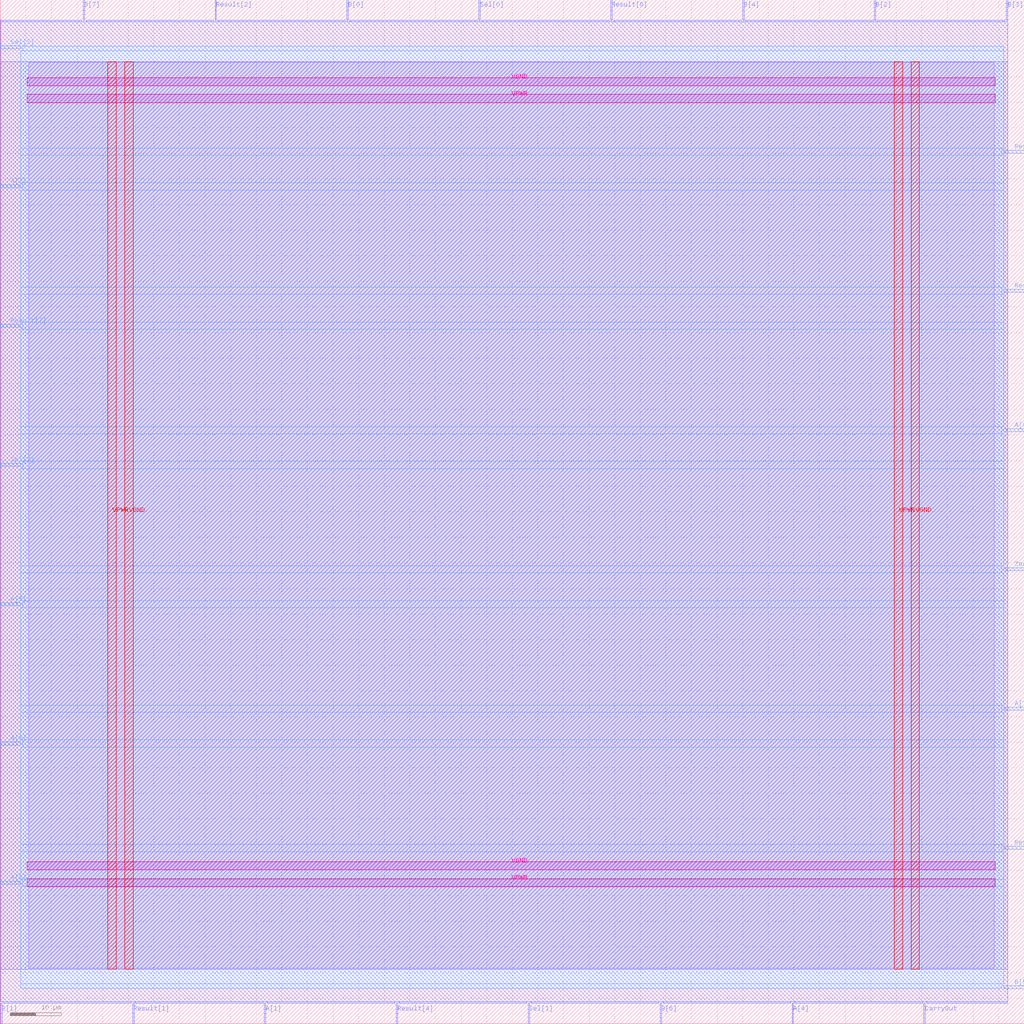
<source format=lef>
VERSION 5.7 ;
  NOWIREEXTENSIONATPIN ON ;
  DIVIDERCHAR "/" ;
  BUSBITCHARS "[]" ;
MACRO alu
  CLASS BLOCK ;
  FOREIGN alu ;
  ORIGIN 0.000 0.000 ;
  SIZE 200.000 BY 200.000 ;
  PIN A[0]
    DIRECTION INPUT ;
    USE SIGNAL ;
    ANTENNAGATEAREA 0.213000 ;
    PORT
      LAYER met3 ;
        RECT 196.000 115.640 200.000 116.240 ;
    END
  END A[0]
  PIN A[1]
    DIRECTION INPUT ;
    USE SIGNAL ;
    ANTENNAGATEAREA 0.196500 ;
    PORT
      LAYER met2 ;
        RECT 51.610 0.000 51.890 4.000 ;
    END
  END A[1]
  PIN A[2]
    DIRECTION INPUT ;
    USE SIGNAL ;
    ANTENNAGATEAREA 0.213000 ;
    PORT
      LAYER met3 ;
        RECT 0.000 163.240 4.000 163.840 ;
    END
  END A[2]
  PIN A[3]
    DIRECTION INPUT ;
    USE SIGNAL ;
    ANTENNAGATEAREA 0.247500 ;
    PORT
      LAYER met3 ;
        RECT 0.000 27.240 4.000 27.840 ;
    END
  END A[3]
  PIN A[4]
    DIRECTION INPUT ;
    USE SIGNAL ;
    ANTENNAGATEAREA 0.196500 ;
    PORT
      LAYER met2 ;
        RECT 154.650 0.000 154.930 4.000 ;
    END
  END A[4]
  PIN A[5]
    DIRECTION INPUT ;
    USE SIGNAL ;
    ANTENNAGATEAREA 0.159000 ;
    PORT
      LAYER met3 ;
        RECT 0.000 81.640 4.000 82.240 ;
    END
  END A[5]
  PIN A[6]
    DIRECTION INPUT ;
    USE SIGNAL ;
    ANTENNAGATEAREA 0.159000 ;
    PORT
      LAYER met3 ;
        RECT 0.000 54.440 4.000 55.040 ;
    END
  END A[6]
  PIN A[7]
    DIRECTION INPUT ;
    USE SIGNAL ;
    ANTENNAGATEAREA 0.213000 ;
    PORT
      LAYER met3 ;
        RECT 196.000 61.240 200.000 61.840 ;
    END
  END A[7]
  PIN B[0]
    DIRECTION INPUT ;
    USE SIGNAL ;
    ANTENNAGATEAREA 0.126000 ;
    PORT
      LAYER met2 ;
        RECT 67.710 196.000 67.990 200.000 ;
    END
  END B[0]
  PIN B[1]
    DIRECTION INPUT ;
    USE SIGNAL ;
    ANTENNAGATEAREA 0.213000 ;
    PORT
      LAYER met2 ;
        RECT 0.090 0.000 0.370 4.000 ;
    END
  END B[1]
  PIN B[2]
    DIRECTION INPUT ;
    USE SIGNAL ;
    ANTENNAGATEAREA 0.213000 ;
    PORT
      LAYER met2 ;
        RECT 170.750 196.000 171.030 200.000 ;
    END
  END B[2]
  PIN B[3]
    DIRECTION INPUT ;
    USE SIGNAL ;
    ANTENNAGATEAREA 0.213000 ;
    PORT
      LAYER met2 ;
        RECT 196.510 196.000 196.790 200.000 ;
    END
  END B[3]
  PIN B[4]
    DIRECTION INPUT ;
    USE SIGNAL ;
    ANTENNAGATEAREA 0.213000 ;
    PORT
      LAYER met2 ;
        RECT 144.990 196.000 145.270 200.000 ;
    END
  END B[4]
  PIN B[5]
    DIRECTION INPUT ;
    USE SIGNAL ;
    ANTENNAGATEAREA 0.126000 ;
    PORT
      LAYER met3 ;
        RECT 196.000 6.840 200.000 7.440 ;
    END
  END B[5]
  PIN B[6]
    DIRECTION INPUT ;
    USE SIGNAL ;
    ANTENNAGATEAREA 0.126000 ;
    PORT
      LAYER met2 ;
        RECT 128.890 0.000 129.170 4.000 ;
    END
  END B[6]
  PIN B[7]
    DIRECTION INPUT ;
    USE SIGNAL ;
    ANTENNAGATEAREA 0.213000 ;
    PORT
      LAYER met2 ;
        RECT 16.190 196.000 16.470 200.000 ;
    END
  END B[7]
  PIN CarryOut
    DIRECTION OUTPUT TRISTATE ;
    USE SIGNAL ;
    ANTENNADIFFAREA 0.795200 ;
    PORT
      LAYER met2 ;
        RECT 180.410 0.000 180.690 4.000 ;
    END
  END CarryOut
  PIN Result[0]
    DIRECTION OUTPUT TRISTATE ;
    USE SIGNAL ;
    ANTENNADIFFAREA 0.795200 ;
    PORT
      LAYER met2 ;
        RECT 119.230 196.000 119.510 200.000 ;
    END
  END Result[0]
  PIN Result[1]
    DIRECTION OUTPUT TRISTATE ;
    USE SIGNAL ;
    ANTENNADIFFAREA 0.795200 ;
    PORT
      LAYER met2 ;
        RECT 25.850 0.000 26.130 4.000 ;
    END
  END Result[1]
  PIN Result[2]
    DIRECTION OUTPUT TRISTATE ;
    USE SIGNAL ;
    ANTENNADIFFAREA 0.795200 ;
    PORT
      LAYER met2 ;
        RECT 41.950 196.000 42.230 200.000 ;
    END
  END Result[2]
  PIN Result[3]
    DIRECTION OUTPUT TRISTATE ;
    USE SIGNAL ;
    ANTENNADIFFAREA 0.795200 ;
    PORT
      LAYER met3 ;
        RECT 196.000 34.040 200.000 34.640 ;
    END
  END Result[3]
  PIN Result[4]
    DIRECTION OUTPUT TRISTATE ;
    USE SIGNAL ;
    ANTENNADIFFAREA 0.795200 ;
    PORT
      LAYER met2 ;
        RECT 77.370 0.000 77.650 4.000 ;
    END
  END Result[4]
  PIN Result[5]
    DIRECTION OUTPUT TRISTATE ;
    USE SIGNAL ;
    ANTENNADIFFAREA 0.795200 ;
    PORT
      LAYER met3 ;
        RECT 196.000 142.840 200.000 143.440 ;
    END
  END Result[5]
  PIN Result[6]
    DIRECTION OUTPUT TRISTATE ;
    USE SIGNAL ;
    ANTENNADIFFAREA 0.795200 ;
    PORT
      LAYER met3 ;
        RECT 196.000 170.040 200.000 170.640 ;
    END
  END Result[6]
  PIN Result[7]
    DIRECTION OUTPUT TRISTATE ;
    USE SIGNAL ;
    ANTENNADIFFAREA 0.795200 ;
    PORT
      LAYER met3 ;
        RECT 0.000 136.040 4.000 136.640 ;
    END
  END Result[7]
  PIN Sel[0]
    DIRECTION INPUT ;
    USE SIGNAL ;
    ANTENNAGATEAREA 0.196500 ;
    PORT
      LAYER met2 ;
        RECT 93.470 196.000 93.750 200.000 ;
    END
  END Sel[0]
  PIN Sel[1]
    DIRECTION INPUT ;
    USE SIGNAL ;
    ANTENNAGATEAREA 0.213000 ;
    PORT
      LAYER met2 ;
        RECT 103.130 0.000 103.410 4.000 ;
    END
  END Sel[1]
  PIN Sel[2]
    DIRECTION INPUT ;
    USE SIGNAL ;
    ANTENNAGATEAREA 0.213000 ;
    PORT
      LAYER met3 ;
        RECT 0.000 108.840 4.000 109.440 ;
    END
  END Sel[2]
  PIN Sel[3]
    DIRECTION INPUT ;
    USE SIGNAL ;
    ANTENNAGATEAREA 0.159000 ;
    PORT
      LAYER met3 ;
        RECT 0.000 190.440 4.000 191.040 ;
    END
  END Sel[3]
  PIN VGND
    DIRECTION INOUT ;
    USE GROUND ;
    PORT
      LAYER met4 ;
        RECT 24.340 10.640 25.940 187.920 ;
    END
    PORT
      LAYER met4 ;
        RECT 177.940 10.640 179.540 187.920 ;
    END
    PORT
      LAYER met5 ;
        RECT 5.280 30.030 194.360 31.630 ;
    END
    PORT
      LAYER met5 ;
        RECT 5.280 183.210 194.360 184.810 ;
    END
  END VGND
  PIN VPWR
    DIRECTION INOUT ;
    USE POWER ;
    PORT
      LAYER met4 ;
        RECT 21.040 10.640 22.640 187.920 ;
    END
    PORT
      LAYER met4 ;
        RECT 174.640 10.640 176.240 187.920 ;
    END
    PORT
      LAYER met5 ;
        RECT 5.280 26.730 194.360 28.330 ;
    END
    PORT
      LAYER met5 ;
        RECT 5.280 179.910 194.360 181.510 ;
    END
  END VPWR
  PIN Zero
    DIRECTION OUTPUT TRISTATE ;
    USE SIGNAL ;
    ANTENNADIFFAREA 0.891000 ;
    PORT
      LAYER met3 ;
        RECT 196.000 88.440 200.000 89.040 ;
    END
  END Zero
  OBS
      LAYER li1 ;
        RECT 5.520 10.795 194.120 187.765 ;
      LAYER met1 ;
        RECT 0.070 10.640 196.810 187.920 ;
      LAYER met2 ;
        RECT 0.100 195.720 15.910 196.000 ;
        RECT 16.750 195.720 41.670 196.000 ;
        RECT 42.510 195.720 67.430 196.000 ;
        RECT 68.270 195.720 93.190 196.000 ;
        RECT 94.030 195.720 118.950 196.000 ;
        RECT 119.790 195.720 144.710 196.000 ;
        RECT 145.550 195.720 170.470 196.000 ;
        RECT 171.310 195.720 196.230 196.000 ;
        RECT 0.100 4.280 196.780 195.720 ;
        RECT 0.650 4.000 25.570 4.280 ;
        RECT 26.410 4.000 51.330 4.280 ;
        RECT 52.170 4.000 77.090 4.280 ;
        RECT 77.930 4.000 102.850 4.280 ;
        RECT 103.690 4.000 128.610 4.280 ;
        RECT 129.450 4.000 154.370 4.280 ;
        RECT 155.210 4.000 180.130 4.280 ;
        RECT 180.970 4.000 196.780 4.280 ;
      LAYER met3 ;
        RECT 4.400 190.040 196.000 190.890 ;
        RECT 4.000 171.040 196.000 190.040 ;
        RECT 4.000 169.640 195.600 171.040 ;
        RECT 4.000 164.240 196.000 169.640 ;
        RECT 4.400 162.840 196.000 164.240 ;
        RECT 4.000 143.840 196.000 162.840 ;
        RECT 4.000 142.440 195.600 143.840 ;
        RECT 4.000 137.040 196.000 142.440 ;
        RECT 4.400 135.640 196.000 137.040 ;
        RECT 4.000 116.640 196.000 135.640 ;
        RECT 4.000 115.240 195.600 116.640 ;
        RECT 4.000 109.840 196.000 115.240 ;
        RECT 4.400 108.440 196.000 109.840 ;
        RECT 4.000 89.440 196.000 108.440 ;
        RECT 4.000 88.040 195.600 89.440 ;
        RECT 4.000 82.640 196.000 88.040 ;
        RECT 4.400 81.240 196.000 82.640 ;
        RECT 4.000 62.240 196.000 81.240 ;
        RECT 4.000 60.840 195.600 62.240 ;
        RECT 4.000 55.440 196.000 60.840 ;
        RECT 4.400 54.040 196.000 55.440 ;
        RECT 4.000 35.040 196.000 54.040 ;
        RECT 4.000 33.640 195.600 35.040 ;
        RECT 4.000 28.240 196.000 33.640 ;
        RECT 4.400 26.840 196.000 28.240 ;
        RECT 4.000 7.840 196.000 26.840 ;
        RECT 4.000 6.975 195.600 7.840 ;
  END
END alu
END LIBRARY


</source>
